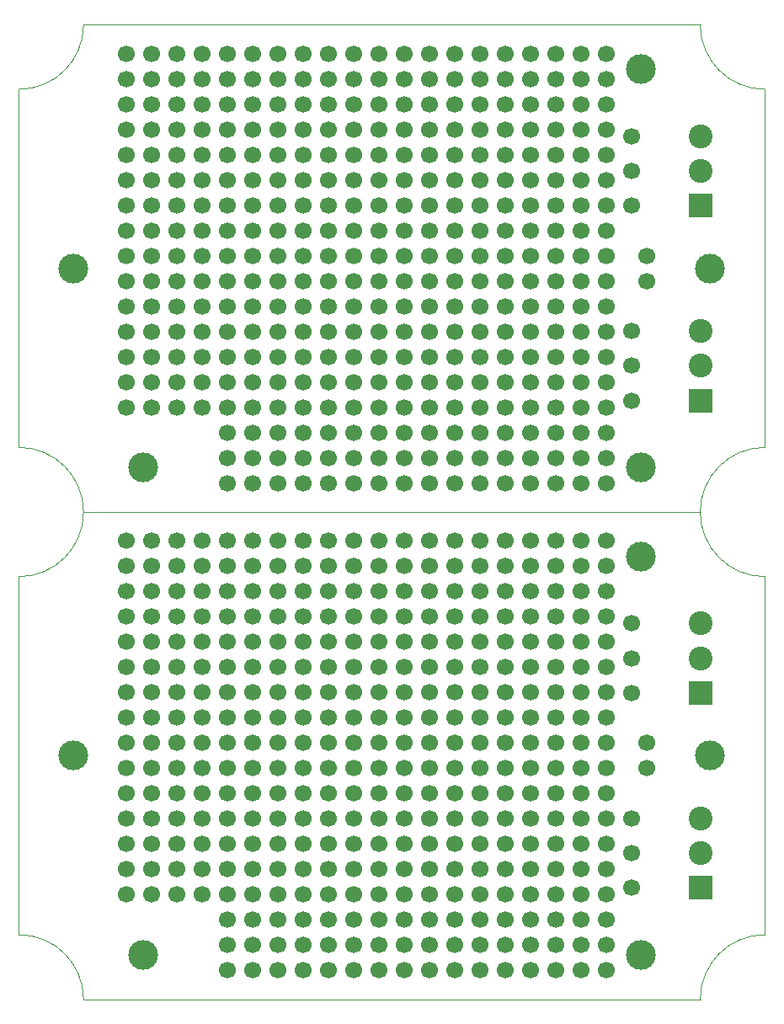
<source format=gbr>
G04 #@! TF.GenerationSoftware,KiCad,Pcbnew,7.0.11+dfsg-1build4*
G04 #@! TF.CreationDate,2025-11-24T13:09:25-05:00*
G04 #@! TF.ProjectId,,58585858-5858-4585-9858-585858585858,rev?*
G04 #@! TF.SameCoordinates,Original*
G04 #@! TF.FileFunction,Soldermask,Top*
G04 #@! TF.FilePolarity,Negative*
%FSLAX46Y46*%
G04 Gerber Fmt 4.6, Leading zero omitted, Abs format (unit mm)*
G04 Created by KiCad (PCBNEW 7.0.11+dfsg-1build4) date 2025-11-24 13:09:25*
%MOMM*%
%LPD*%
G01*
G04 APERTURE LIST*
%ADD10C,1.700000*%
%ADD11C,3.000000*%
%ADD12R,2.400000X2.400000*%
%ADD13C,2.400000*%
G04 #@! TA.AperFunction,Profile*
%ADD14C,0.050000*%
G04 #@! TD*
G04 APERTURE END LIST*
D10*
X95520000Y-115040000D03*
X87900000Y-99800000D03*
X108220000Y-117580000D03*
X105680000Y-109960000D03*
X105680000Y-127740000D03*
X115840000Y-135360000D03*
X123460000Y-125200000D03*
X82820000Y-102340000D03*
X113300000Y-109960000D03*
X85360000Y-112500000D03*
X103140000Y-109960000D03*
X82820000Y-104880000D03*
X103140000Y-112500000D03*
X77740000Y-125200000D03*
X100600000Y-94720000D03*
X92980000Y-99800000D03*
X95520000Y-94720000D03*
X100600000Y-127740000D03*
X108220000Y-94720000D03*
X123460000Y-112500000D03*
D11*
X69940000Y-116310000D03*
D10*
X105680000Y-94720000D03*
X77740000Y-127740000D03*
X105680000Y-135360000D03*
X100600000Y-99800000D03*
X75200000Y-94720000D03*
X90440000Y-120120000D03*
X115840000Y-137900000D03*
X77740000Y-94720000D03*
X77740000Y-107420000D03*
X120920000Y-104880000D03*
X95520000Y-132820000D03*
X113300000Y-97260000D03*
X118380000Y-112500000D03*
X75200000Y-115040000D03*
X103140000Y-120120000D03*
X80280000Y-112500000D03*
X103140000Y-99800000D03*
X110760000Y-125200000D03*
X123460000Y-117580000D03*
X82820000Y-99800000D03*
X123460000Y-135360000D03*
D11*
X76940000Y-136310000D03*
D10*
X108220000Y-127740000D03*
X92980000Y-125200000D03*
X95520000Y-125200000D03*
X123460000Y-94720000D03*
X120920000Y-102340000D03*
X77740000Y-130280000D03*
X103140000Y-102340000D03*
X80280000Y-102340000D03*
X80280000Y-107420000D03*
X115840000Y-130280000D03*
X108220000Y-97260000D03*
X82820000Y-125200000D03*
X87900000Y-107420000D03*
X113300000Y-117580000D03*
X98060000Y-130280000D03*
X92980000Y-102340000D03*
X100600000Y-104880000D03*
X85360000Y-122660000D03*
X98060000Y-99800000D03*
X82820000Y-112500000D03*
X90440000Y-132820000D03*
X82820000Y-115040000D03*
X77740000Y-122660000D03*
X77740000Y-99800000D03*
X123460000Y-122660000D03*
X113300000Y-120120000D03*
X103140000Y-94720000D03*
X95520000Y-137900000D03*
X77740000Y-109960000D03*
X118380000Y-130280000D03*
X100600000Y-135360000D03*
X108220000Y-102340000D03*
X90440000Y-94720000D03*
X92980000Y-115040000D03*
X103140000Y-132820000D03*
X92980000Y-104880000D03*
X115840000Y-109960000D03*
X120920000Y-122660000D03*
X115840000Y-102340000D03*
X105680000Y-125200000D03*
X120920000Y-130280000D03*
X85360000Y-137900000D03*
X98060000Y-137900000D03*
X98060000Y-127740000D03*
X85360000Y-102340000D03*
X95520000Y-102340000D03*
X90440000Y-107420000D03*
X110760000Y-135360000D03*
X120920000Y-120120000D03*
X108220000Y-99800000D03*
X100600000Y-130280000D03*
X95520000Y-135360000D03*
X75200000Y-109960000D03*
X110760000Y-109960000D03*
X115840000Y-117580000D03*
X75200000Y-122660000D03*
X108220000Y-112500000D03*
X115840000Y-104880000D03*
X103140000Y-130280000D03*
X80280000Y-109960000D03*
X118380000Y-115040000D03*
X105680000Y-115040000D03*
X75200000Y-112500000D03*
X120920000Y-109960000D03*
X108220000Y-107420000D03*
X113300000Y-115040000D03*
X110760000Y-132820000D03*
X82820000Y-127740000D03*
X87900000Y-115040000D03*
X82820000Y-109960000D03*
X95520000Y-107420000D03*
X110760000Y-137900000D03*
X120920000Y-94720000D03*
X123460000Y-120120000D03*
X110760000Y-104880000D03*
X103140000Y-137900000D03*
X123460000Y-99800000D03*
X105680000Y-130280000D03*
X87900000Y-127740000D03*
X77740000Y-115040000D03*
X98060000Y-102340000D03*
X100600000Y-132820000D03*
X103140000Y-127740000D03*
X85360000Y-130280000D03*
X82820000Y-94720000D03*
X120920000Y-125200000D03*
D12*
X132940000Y-110010000D03*
D13*
X132940000Y-106510000D03*
X132940000Y-103010000D03*
D10*
X92980000Y-135360000D03*
X123460000Y-115040000D03*
X87900000Y-125200000D03*
X75200000Y-125200000D03*
X92980000Y-109960000D03*
X100600000Y-125200000D03*
X100600000Y-102340000D03*
X118380000Y-97260000D03*
X85360000Y-127740000D03*
X85360000Y-99800000D03*
X90440000Y-122660000D03*
X95520000Y-127740000D03*
X118380000Y-104880000D03*
X87900000Y-117580000D03*
X115840000Y-125200000D03*
X118380000Y-137900000D03*
X103140000Y-122660000D03*
X120920000Y-135360000D03*
X100600000Y-97260000D03*
X95520000Y-112500000D03*
X95520000Y-122660000D03*
X85360000Y-117580000D03*
X123460000Y-109960000D03*
X108220000Y-109960000D03*
X87900000Y-104880000D03*
X113300000Y-132820000D03*
X90440000Y-117580000D03*
X87900000Y-132820000D03*
X123460000Y-137900000D03*
X80280000Y-117580000D03*
X103140000Y-125200000D03*
X127540000Y-117580000D03*
X90440000Y-135360000D03*
X110760000Y-117580000D03*
X92980000Y-94720000D03*
X95520000Y-120120000D03*
X118380000Y-94720000D03*
X118380000Y-122660000D03*
X98060000Y-97260000D03*
X92980000Y-117580000D03*
X103140000Y-107420000D03*
X118380000Y-120120000D03*
X103140000Y-115040000D03*
X98060000Y-132820000D03*
X120920000Y-115040000D03*
X100600000Y-120120000D03*
X113300000Y-99800000D03*
X98060000Y-117580000D03*
X115840000Y-94720000D03*
X90440000Y-102340000D03*
X85360000Y-109960000D03*
X95520000Y-130280000D03*
X82820000Y-107420000D03*
X87900000Y-97260000D03*
X80280000Y-104880000D03*
X85360000Y-132820000D03*
X98060000Y-122660000D03*
X87900000Y-94720000D03*
X126000000Y-103010000D03*
X115840000Y-132820000D03*
X75200000Y-107420000D03*
X95520000Y-97260000D03*
X105680000Y-104880000D03*
D11*
X126940000Y-136310000D03*
D10*
X126000000Y-106510000D03*
X108220000Y-115040000D03*
X92980000Y-127740000D03*
X80280000Y-122660000D03*
X75200000Y-104880000D03*
X126000000Y-110010000D03*
X98060000Y-125200000D03*
X82820000Y-97260000D03*
X108220000Y-130280000D03*
X80280000Y-130280000D03*
X115840000Y-99800000D03*
X105680000Y-102340000D03*
X92980000Y-122660000D03*
X87900000Y-130280000D03*
X103140000Y-97260000D03*
X98060000Y-112500000D03*
X82820000Y-120120000D03*
X113300000Y-127740000D03*
X105680000Y-122660000D03*
X80280000Y-97260000D03*
X118380000Y-99800000D03*
X115840000Y-115040000D03*
D11*
X133940000Y-116310000D03*
D10*
X115840000Y-122660000D03*
X82820000Y-130280000D03*
X115840000Y-112500000D03*
X75200000Y-130280000D03*
X113300000Y-125200000D03*
X80280000Y-127740000D03*
X90440000Y-127740000D03*
X108220000Y-132820000D03*
X123460000Y-127740000D03*
X77740000Y-102340000D03*
X120920000Y-112500000D03*
X92980000Y-120120000D03*
X108220000Y-120120000D03*
X95520000Y-117580000D03*
X100600000Y-122660000D03*
D12*
X132940000Y-129610000D03*
D13*
X132940000Y-126110000D03*
X132940000Y-122610000D03*
D10*
X123460000Y-104880000D03*
X123460000Y-107420000D03*
X113300000Y-104880000D03*
X118380000Y-125200000D03*
X95520000Y-104880000D03*
X98060000Y-135360000D03*
X87900000Y-135360000D03*
X100600000Y-107420000D03*
X100600000Y-109960000D03*
X103140000Y-135360000D03*
X110760000Y-112500000D03*
X110760000Y-122660000D03*
X85360000Y-125200000D03*
X113300000Y-112500000D03*
X95520000Y-109960000D03*
X98060000Y-120120000D03*
X110760000Y-120120000D03*
X108220000Y-125200000D03*
X92980000Y-112500000D03*
X85360000Y-115040000D03*
X113300000Y-102340000D03*
X110760000Y-127740000D03*
X108220000Y-104880000D03*
X77740000Y-120120000D03*
X80280000Y-115040000D03*
X123460000Y-130280000D03*
X115840000Y-97260000D03*
X118380000Y-102340000D03*
X127540000Y-115040000D03*
X87900000Y-122660000D03*
X85360000Y-107420000D03*
X105680000Y-107420000D03*
X123460000Y-97260000D03*
X92980000Y-132820000D03*
X98060000Y-104880000D03*
X85360000Y-97260000D03*
X118380000Y-127740000D03*
X92980000Y-107420000D03*
X80280000Y-94720000D03*
X87900000Y-109960000D03*
X75200000Y-99800000D03*
X75200000Y-97260000D03*
X105680000Y-97260000D03*
X87900000Y-137900000D03*
X90440000Y-137900000D03*
X108220000Y-135360000D03*
X98060000Y-115040000D03*
X118380000Y-135360000D03*
X90440000Y-104880000D03*
X110760000Y-97260000D03*
X75200000Y-127740000D03*
X120920000Y-97260000D03*
X87900000Y-120120000D03*
X80280000Y-120120000D03*
X75200000Y-117580000D03*
X110760000Y-115040000D03*
X87900000Y-112500000D03*
X105680000Y-112500000D03*
X118380000Y-107420000D03*
X120920000Y-132820000D03*
X90440000Y-112500000D03*
X85360000Y-120120000D03*
X110760000Y-99800000D03*
X82820000Y-117580000D03*
X90440000Y-115040000D03*
X123460000Y-132820000D03*
X118380000Y-109960000D03*
X90440000Y-109960000D03*
X87900000Y-102340000D03*
X80280000Y-125200000D03*
X77740000Y-97260000D03*
X85360000Y-104880000D03*
X105680000Y-137900000D03*
X75200000Y-120120000D03*
X110760000Y-107420000D03*
X126000000Y-129610000D03*
X115840000Y-127740000D03*
X98060000Y-107420000D03*
X95520000Y-99800000D03*
X118380000Y-117580000D03*
X105680000Y-99800000D03*
D11*
X126940000Y-96310000D03*
D10*
X113300000Y-137900000D03*
X115840000Y-120120000D03*
X110760000Y-94720000D03*
X120920000Y-117580000D03*
X85360000Y-94720000D03*
X105680000Y-120120000D03*
X75200000Y-102340000D03*
X123460000Y-102340000D03*
X120920000Y-107420000D03*
X118380000Y-132820000D03*
X108220000Y-122660000D03*
X90440000Y-125200000D03*
X120920000Y-127740000D03*
X92980000Y-137900000D03*
X120920000Y-99800000D03*
X113300000Y-122660000D03*
X90440000Y-97260000D03*
X103140000Y-117580000D03*
X98060000Y-94720000D03*
X110760000Y-130280000D03*
X90440000Y-99800000D03*
X77740000Y-104880000D03*
X100600000Y-117580000D03*
X113300000Y-130280000D03*
X100600000Y-137900000D03*
X120920000Y-137900000D03*
X82820000Y-122660000D03*
X113300000Y-135360000D03*
X126000000Y-126110000D03*
X92980000Y-130280000D03*
X98060000Y-109960000D03*
X85360000Y-135360000D03*
X105680000Y-117580000D03*
X100600000Y-112500000D03*
X77740000Y-112500000D03*
X90440000Y-130280000D03*
X113300000Y-94720000D03*
X100600000Y-115040000D03*
X108220000Y-137900000D03*
X80280000Y-99800000D03*
X113300000Y-107420000D03*
X92980000Y-97260000D03*
X110760000Y-102340000D03*
X77740000Y-117580000D03*
X115840000Y-107420000D03*
X105680000Y-132820000D03*
X126000000Y-122610000D03*
X103140000Y-104880000D03*
X108220000Y-73660000D03*
X90440000Y-48260000D03*
X87900000Y-60960000D03*
X98060000Y-60960000D03*
X90440000Y-66040000D03*
X110760000Y-81280000D03*
X77740000Y-48260000D03*
X77740000Y-68580000D03*
X110760000Y-53340000D03*
X80280000Y-50800000D03*
X98060000Y-45720000D03*
X120920000Y-88900000D03*
X115840000Y-71120000D03*
X103140000Y-55880000D03*
X103140000Y-68580000D03*
X90440000Y-81280000D03*
X108220000Y-88900000D03*
X80280000Y-45720000D03*
X115840000Y-78740000D03*
X105680000Y-48260000D03*
X82820000Y-73660000D03*
X80280000Y-76200000D03*
X118380000Y-60960000D03*
X110760000Y-58420000D03*
X87900000Y-53340000D03*
X87900000Y-88900000D03*
X105680000Y-83820000D03*
X105680000Y-50800000D03*
X98060000Y-58420000D03*
X126000000Y-73610000D03*
X77740000Y-55880000D03*
X113300000Y-73660000D03*
X100600000Y-63500000D03*
X75200000Y-48260000D03*
X120920000Y-78740000D03*
X110760000Y-66040000D03*
X75200000Y-53340000D03*
X75200000Y-68580000D03*
X85360000Y-55880000D03*
X92980000Y-81280000D03*
X77740000Y-63500000D03*
X120920000Y-83820000D03*
X126000000Y-77110000D03*
X75200000Y-50800000D03*
X123460000Y-53340000D03*
X90440000Y-60960000D03*
X90440000Y-50800000D03*
X120920000Y-68580000D03*
X82820000Y-68580000D03*
X113300000Y-58420000D03*
X126000000Y-80610000D03*
X90440000Y-88900000D03*
X113300000Y-45720000D03*
X123460000Y-83820000D03*
X105680000Y-88900000D03*
X118380000Y-68580000D03*
X108220000Y-86360000D03*
X120920000Y-58420000D03*
X118380000Y-83820000D03*
X100600000Y-66040000D03*
X75200000Y-78740000D03*
D11*
X126940000Y-47310000D03*
D10*
X90440000Y-76200000D03*
X90440000Y-63500000D03*
X85360000Y-71120000D03*
X87900000Y-71120000D03*
X113300000Y-86360000D03*
X115840000Y-58420000D03*
X118380000Y-58420000D03*
X80280000Y-71120000D03*
X100600000Y-68580000D03*
X85360000Y-45720000D03*
X110760000Y-45720000D03*
X113300000Y-88900000D03*
X105680000Y-71120000D03*
X75200000Y-71120000D03*
X100600000Y-88900000D03*
X113300000Y-81280000D03*
X95520000Y-50800000D03*
X110760000Y-50800000D03*
X92980000Y-48260000D03*
X120920000Y-50800000D03*
X92980000Y-88900000D03*
X105680000Y-68580000D03*
X85360000Y-86360000D03*
X105680000Y-63500000D03*
X87900000Y-63500000D03*
X110760000Y-48260000D03*
X90440000Y-55880000D03*
X118380000Y-86360000D03*
X98060000Y-66040000D03*
X92980000Y-58420000D03*
X118380000Y-78740000D03*
X85360000Y-48260000D03*
X98060000Y-55880000D03*
X92980000Y-83820000D03*
X123460000Y-48260000D03*
X105680000Y-58420000D03*
X85360000Y-58420000D03*
X87900000Y-73660000D03*
X127540000Y-66040000D03*
X118380000Y-53340000D03*
X115840000Y-48260000D03*
X123460000Y-81280000D03*
X80280000Y-66040000D03*
X77740000Y-71120000D03*
X108220000Y-55880000D03*
X110760000Y-78740000D03*
X120920000Y-48260000D03*
X92980000Y-63500000D03*
X108220000Y-76200000D03*
X110760000Y-71120000D03*
X98060000Y-71120000D03*
X95520000Y-60960000D03*
X113300000Y-63500000D03*
X85360000Y-76200000D03*
X110760000Y-73660000D03*
X110760000Y-63500000D03*
X103140000Y-86360000D03*
X100600000Y-60960000D03*
X100600000Y-58420000D03*
X87900000Y-86360000D03*
X98060000Y-86360000D03*
X95520000Y-55880000D03*
X118380000Y-76200000D03*
X113300000Y-55880000D03*
X123460000Y-58420000D03*
X123460000Y-55880000D03*
D12*
X132940000Y-80610000D03*
D13*
X132940000Y-77110000D03*
X132940000Y-73610000D03*
D10*
X100600000Y-73660000D03*
X95520000Y-68580000D03*
X108220000Y-71120000D03*
X92980000Y-71120000D03*
X120920000Y-63500000D03*
X77740000Y-53340000D03*
X123460000Y-78740000D03*
X108220000Y-83820000D03*
X90440000Y-78740000D03*
X80280000Y-78740000D03*
X113300000Y-76200000D03*
X75200000Y-81280000D03*
X115840000Y-63500000D03*
X82820000Y-81280000D03*
X115840000Y-73660000D03*
D11*
X133940000Y-67310000D03*
D10*
X115840000Y-66040000D03*
X118380000Y-50800000D03*
X80280000Y-48260000D03*
X105680000Y-73660000D03*
X113300000Y-78740000D03*
X82820000Y-71120000D03*
X98060000Y-63500000D03*
X103140000Y-48260000D03*
X87900000Y-81280000D03*
X92980000Y-73660000D03*
X105680000Y-53340000D03*
X115840000Y-50800000D03*
X80280000Y-81280000D03*
X108220000Y-81280000D03*
X82820000Y-48260000D03*
X98060000Y-76200000D03*
X126000000Y-61010000D03*
X75200000Y-55880000D03*
X80280000Y-73660000D03*
X92980000Y-78740000D03*
X108220000Y-66040000D03*
X126000000Y-57510000D03*
D11*
X126940000Y-87310000D03*
D10*
X105680000Y-55880000D03*
X95520000Y-48260000D03*
X75200000Y-58420000D03*
X115840000Y-83820000D03*
X126000000Y-54010000D03*
X87900000Y-45720000D03*
X98060000Y-73660000D03*
X85360000Y-83820000D03*
X80280000Y-55880000D03*
X87900000Y-48260000D03*
X82820000Y-58420000D03*
X95520000Y-81280000D03*
X85360000Y-60960000D03*
X90440000Y-53340000D03*
X115840000Y-45720000D03*
X98060000Y-68580000D03*
X113300000Y-50800000D03*
X100600000Y-71120000D03*
X120920000Y-66040000D03*
X98060000Y-83820000D03*
X103140000Y-66040000D03*
X118380000Y-71120000D03*
X103140000Y-58420000D03*
X92980000Y-68580000D03*
X98060000Y-48260000D03*
X118380000Y-73660000D03*
X118380000Y-45720000D03*
X95520000Y-71120000D03*
X92980000Y-45720000D03*
X110760000Y-68580000D03*
X90440000Y-86360000D03*
X127540000Y-68580000D03*
X103140000Y-76200000D03*
X80280000Y-68580000D03*
X123460000Y-88900000D03*
X87900000Y-83820000D03*
X90440000Y-68580000D03*
X113300000Y-83820000D03*
X87900000Y-55880000D03*
X108220000Y-60960000D03*
X123460000Y-60960000D03*
X85360000Y-68580000D03*
X95520000Y-73660000D03*
X95520000Y-63500000D03*
X100600000Y-48260000D03*
X120920000Y-86360000D03*
X103140000Y-73660000D03*
X118380000Y-88900000D03*
X115840000Y-76200000D03*
X87900000Y-68580000D03*
X118380000Y-55880000D03*
X95520000Y-78740000D03*
X90440000Y-73660000D03*
X85360000Y-50800000D03*
X85360000Y-78740000D03*
X118380000Y-48260000D03*
X100600000Y-53340000D03*
X113300000Y-53340000D03*
X85360000Y-66040000D03*
X100600000Y-76200000D03*
X92980000Y-60960000D03*
X75200000Y-76200000D03*
X87900000Y-76200000D03*
X123460000Y-66040000D03*
X92980000Y-86360000D03*
D12*
X132940000Y-61010000D03*
D13*
X132940000Y-57510000D03*
X132940000Y-54010000D03*
D10*
X120920000Y-76200000D03*
X82820000Y-45720000D03*
X85360000Y-81280000D03*
X103140000Y-78740000D03*
X100600000Y-83820000D03*
X98060000Y-53340000D03*
X77740000Y-66040000D03*
X87900000Y-78740000D03*
X105680000Y-81280000D03*
X123460000Y-50800000D03*
X103140000Y-88900000D03*
X110760000Y-55880000D03*
X123460000Y-71120000D03*
X120920000Y-45720000D03*
X110760000Y-88900000D03*
X95520000Y-58420000D03*
X82820000Y-60960000D03*
X87900000Y-66040000D03*
X82820000Y-78740000D03*
X110760000Y-83820000D03*
X113300000Y-66040000D03*
X108220000Y-58420000D03*
X120920000Y-60960000D03*
X75200000Y-63500000D03*
X105680000Y-66040000D03*
X118380000Y-66040000D03*
X80280000Y-60960000D03*
X103140000Y-81280000D03*
X115840000Y-55880000D03*
X108220000Y-63500000D03*
X75200000Y-73660000D03*
X115840000Y-68580000D03*
X110760000Y-60960000D03*
X75200000Y-60960000D03*
X95520000Y-86360000D03*
X100600000Y-81280000D03*
X108220000Y-50800000D03*
X120920000Y-71120000D03*
X110760000Y-86360000D03*
X90440000Y-58420000D03*
X95520000Y-53340000D03*
X85360000Y-53340000D03*
X98060000Y-78740000D03*
X98060000Y-88900000D03*
X85360000Y-88900000D03*
X120920000Y-81280000D03*
X105680000Y-76200000D03*
X115840000Y-53340000D03*
X120920000Y-73660000D03*
X115840000Y-60960000D03*
X92980000Y-55880000D03*
X103140000Y-83820000D03*
X92980000Y-66040000D03*
X90440000Y-45720000D03*
X108220000Y-53340000D03*
X100600000Y-86360000D03*
X118380000Y-81280000D03*
X77740000Y-60960000D03*
X95520000Y-88900000D03*
X103140000Y-45720000D03*
X113300000Y-71120000D03*
X123460000Y-73660000D03*
X77740000Y-50800000D03*
X77740000Y-73660000D03*
X82820000Y-66040000D03*
X90440000Y-83820000D03*
X82820000Y-63500000D03*
X98060000Y-50800000D03*
X85360000Y-73660000D03*
X100600000Y-55880000D03*
X92980000Y-53340000D03*
X98060000Y-81280000D03*
X113300000Y-68580000D03*
X87900000Y-58420000D03*
X82820000Y-76200000D03*
X108220000Y-48260000D03*
X115840000Y-81280000D03*
X80280000Y-58420000D03*
X80280000Y-53340000D03*
X103140000Y-53340000D03*
X77740000Y-81280000D03*
X120920000Y-53340000D03*
X123460000Y-45720000D03*
X95520000Y-76200000D03*
X92980000Y-76200000D03*
X108220000Y-78740000D03*
D11*
X76940000Y-87310000D03*
D10*
X123460000Y-86360000D03*
X82820000Y-50800000D03*
X123460000Y-68580000D03*
X110760000Y-76200000D03*
X103140000Y-50800000D03*
X80280000Y-63500000D03*
X103140000Y-71120000D03*
X75200000Y-66040000D03*
X118380000Y-63500000D03*
X113300000Y-48260000D03*
X95520000Y-83820000D03*
X120920000Y-55880000D03*
X77740000Y-58420000D03*
X77740000Y-45720000D03*
X115840000Y-88900000D03*
X90440000Y-71120000D03*
X75200000Y-45720000D03*
X100600000Y-50800000D03*
X105680000Y-86360000D03*
X77740000Y-78740000D03*
X105680000Y-45720000D03*
D11*
X69940000Y-67310000D03*
D10*
X123460000Y-63500000D03*
X108220000Y-45720000D03*
X100600000Y-78740000D03*
X95520000Y-45720000D03*
X92980000Y-50800000D03*
X100600000Y-45720000D03*
X77740000Y-76200000D03*
X103140000Y-63500000D03*
X82820000Y-55880000D03*
X103140000Y-60960000D03*
X85360000Y-63500000D03*
X113300000Y-60960000D03*
X82820000Y-53340000D03*
X123460000Y-76200000D03*
X115840000Y-86360000D03*
X105680000Y-78740000D03*
X105680000Y-60960000D03*
X108220000Y-68580000D03*
X87900000Y-50800000D03*
X95520000Y-66040000D03*
D14*
X70940000Y-140810000D02*
X132940000Y-140810000D01*
X64440000Y-98310000D02*
G75*
G03*
X70940000Y-91810000I0J6500000D01*
G01*
X139440000Y-134310000D02*
G75*
G03*
X132940000Y-140810000I0J-6500000D01*
G01*
X139440000Y-98310000D02*
X139440000Y-134310000D01*
X70940000Y-91810000D02*
X132940000Y-91810000D01*
X64440000Y-98310000D02*
X64440000Y-134310000D01*
X132940000Y-91810000D02*
G75*
G03*
X139440000Y-98310000I6500000J0D01*
G01*
X70940000Y-140810000D02*
G75*
G03*
X64440000Y-134310000I-6500000J0D01*
G01*
X70940000Y-91810000D02*
G75*
G03*
X64440000Y-85310000I-6500000J0D01*
G01*
X132940000Y-42810000D02*
G75*
G03*
X139440000Y-49310000I6500000J0D01*
G01*
X64440000Y-49310000D02*
X64440000Y-85310000D01*
X70940000Y-42810000D02*
X132940000Y-42810000D01*
X139440000Y-49310000D02*
X139440000Y-85310000D01*
X139440000Y-85310000D02*
G75*
G03*
X132940000Y-91810000I0J-6500000D01*
G01*
X64440000Y-49310000D02*
G75*
G03*
X70940000Y-42810000I0J6500000D01*
G01*
X70940000Y-91810000D02*
X132940000Y-91810000D01*
M02*

</source>
